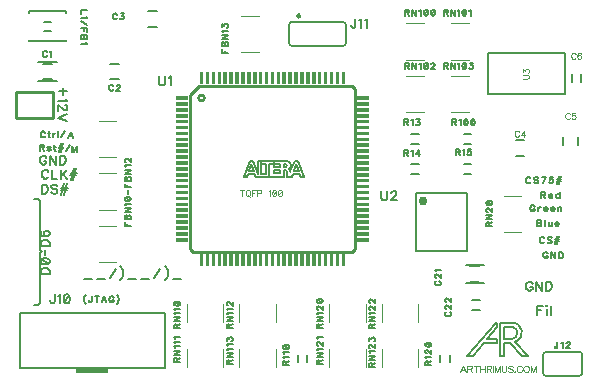
<source format=gto>
G04 DipTrace 3.3.1.1*
G04 TopSilk.gto*
%MOIN*%
G04 #@! TF.FileFunction,Legend,Top*
G04 #@! TF.Part,Single*
%ADD13C,0.01*%
%ADD28C,0.006*%
%ADD30C,0.008*%
%ADD32C,0.004*%
%ADD33C,0.009*%
%ADD47C,0.005*%
%ADD52C,0.029532*%
%ADD12C,0.003*%
%ADD114C,0.003088*%
%ADD115C,0.002187*%
%FSLAX26Y26*%
G04*
G70*
G90*
G75*
G01*
G04 TopSilk*
%LPD*%
X713071Y1469703D2*
D28*
X743081D1*
X713071Y1417699D2*
X743081D1*
X871206Y1592699D2*
X841196D1*
X871206Y1644703D2*
X841196D1*
X2093646Y1161160D2*
X2068650D1*
X2093646Y1213784D2*
X2068650D1*
X2223613Y1199950D2*
Y1224945D1*
X2276237Y1199950D2*
Y1224945D1*
X2253075Y1408415D2*
Y1433417D1*
X2284327Y1408415D2*
Y1433417D1*
X1921825Y681202D2*
X1946826D1*
X1921825Y649950D2*
X1946826D1*
X493694Y1609331D2*
X518708D1*
X493694Y1578071D2*
X518708D1*
X735732Y807677D2*
D32*
X676669D1*
Y929724D2*
X735732D1*
Y982677D2*
X676669D1*
Y1104724D2*
X735732D1*
Y1157677D2*
X676669D1*
Y1279724D2*
X735732D1*
X1151669Y1629724D2*
X1210732D1*
Y1507677D2*
X1151669D1*
X1321195Y1608701D2*
D28*
X1491207D1*
X1321195Y1528701D2*
G02X1311201Y1538701I-1J9993D01*
G01*
X1501201D2*
G02X1491207Y1528701I-9993J-7D01*
G01*
X1501201Y1598701D2*
G03X1491207Y1608701I-9993J7D01*
G01*
X1321195D2*
G03X1311201Y1598701I-1J-9993D01*
G01*
Y1538701D1*
X1501201Y1598701D2*
Y1538701D1*
X1491207Y1528701D2*
X1321195D1*
X2278704Y428701D2*
X2168698D1*
X2278704Y508701D2*
G02X2288701Y498701I5J-9992D01*
G01*
X2158701D2*
G02X2168698Y508701I9992J8D01*
G01*
X2158701Y438701D2*
G03X2168698Y428701I9992J-8D01*
G01*
X2278704D2*
G03X2288701Y438701I5J9992D01*
G01*
Y498701D1*
X2158701Y438701D2*
Y498701D1*
X2168698Y508701D2*
X2278704D1*
X1718700Y1234326D2*
X1743702D1*
X1718700Y1203076D2*
X1743702D1*
X1718700Y1134326D2*
X1743702D1*
X1718700Y1103076D2*
X1743702D1*
X1893700Y1134326D2*
X1918702D1*
X1893700Y1103076D2*
X1918702D1*
Y1203076D2*
X1893700D1*
X1918702Y1234326D2*
X1893700D1*
X1340576Y474951D2*
Y499952D1*
X1371826Y474951D2*
Y499952D1*
X1815576Y474951D2*
Y499952D1*
X1846826Y474951D2*
Y499952D1*
X2085732Y907677D2*
D32*
X2026669D1*
Y1029724D2*
X2085732D1*
X1760732Y1482677D2*
X1701669D1*
Y1604724D2*
X1760732D1*
X1910732Y1482677D2*
X1851669D1*
Y1604724D2*
X1910732D1*
X1760732Y1307677D2*
X1701669D1*
Y1429724D2*
X1760732D1*
X1910732Y1307677D2*
X1851669D1*
Y1429724D2*
X1910732D1*
X970177Y607919D2*
Y666982D1*
X1092224D2*
Y607919D1*
X970177Y457920D2*
Y516983D1*
X1092224D2*
Y457920D1*
X1145177Y607919D2*
Y666982D1*
X1267224D2*
Y607919D1*
X1145177Y457920D2*
Y516983D1*
X1267224D2*
Y457920D1*
X1445177Y607919D2*
Y666982D1*
X1567224D2*
Y607919D1*
X1445177Y457920D2*
Y516983D1*
X1567224D2*
Y457920D1*
X1620177Y607919D2*
Y666982D1*
X1742224D2*
Y607919D1*
X1620177Y457920D2*
Y516983D1*
X1742224D2*
Y457920D1*
X980610Y1364734D2*
D13*
X1010167Y1394291D1*
X1521939D1*
X1531791Y1384439D1*
Y852963D1*
X1521939Y843110D1*
X990463D1*
X980610Y852963D1*
Y1364734D1*
X1301053Y1125246D2*
D47*
G03X1301053Y1135305I-69J5030D01*
G01*
X1298504Y1115256D2*
G02X1303533Y1110295I88J-4940D01*
G01*
Y1145295D2*
G02X1311043Y1117736I-1318J-15162D01*
G01*
G02X1316004Y1107746I-3518J-7973D01*
G01*
X1161053Y1092726D2*
X1181033Y1145295D1*
X1191024D1*
X1208524Y1102785D1*
Y1145295D1*
X1218514D1*
Y1135305D1*
Y1102785D1*
X1236014D1*
Y1135305D1*
X1218514D1*
Y1145295D2*
X1261024D1*
Y1135305D1*
X1246073D1*
Y1092726D1*
X1201014D1*
X1196053Y1102785D1*
X1176073D1*
X1171043Y1092726D1*
X1161053D1*
X1186063Y1135305D2*
X1178553Y1112776D1*
X1193504D1*
X1186063Y1135305D1*
X1261024D2*
Y1125246D1*
X1281073D1*
Y1135305D1*
X1261024D1*
Y1145295D2*
X1303533D1*
X1361063Y1092726D2*
X1341014Y1145295D1*
X1331024D1*
X1316073Y1110295D1*
X1303533Y1092726D2*
X1321033D1*
X1326063Y1102785D1*
X1346043D1*
X1351073Y1092726D1*
X1361063D1*
X1336053Y1135305D2*
X1343494Y1112776D1*
X1328543D1*
X1336053Y1135305D1*
X1301053D2*
X1293543D1*
Y1125246D1*
X1301053D1*
X1293543Y1115256D2*
X1298504D1*
X1293543D2*
Y1092726D1*
X1248553D1*
X1261024Y1115256D2*
X1281073D1*
Y1105266D1*
X1261024D1*
Y1115256D1*
X1303533Y1110295D2*
Y1092726D1*
X1010167Y1354916D2*
D13*
G02X1010167Y1354916I9818J0D01*
G01*
G36*
X933346Y1349026D2*
X974685D1*
Y1360807D1*
X933346D1*
Y1349026D1*
G37*
G36*
Y1329321D2*
X974685D1*
Y1341171D1*
X933346D1*
Y1329321D1*
G37*
G36*
Y1309616D2*
X974685D1*
Y1321467D1*
X933346D1*
Y1309616D1*
G37*
G36*
Y1289980D2*
X974685D1*
Y1301762D1*
X933346D1*
Y1289980D1*
G37*
G36*
Y1270276D2*
X974685D1*
Y1282057D1*
X933346D1*
Y1270276D1*
G37*
G36*
Y1250571D2*
X974685D1*
Y1262421D1*
X933346D1*
Y1250571D1*
G37*
G36*
Y1230935D2*
X974685D1*
Y1242717D1*
X933346D1*
Y1230935D1*
G37*
G36*
Y1211230D2*
X974685D1*
Y1223012D1*
X933346D1*
Y1211230D1*
G37*
G36*
Y1191526D2*
X974685D1*
Y1203376D1*
X933346D1*
Y1191526D1*
G37*
G36*
Y1171821D2*
X974685D1*
Y1183671D1*
X933346D1*
Y1171821D1*
G37*
G36*
Y1152185D2*
X974685D1*
Y1163967D1*
X933346D1*
Y1152185D1*
G37*
G36*
Y1132480D2*
X974685D1*
Y1144262D1*
X933346D1*
Y1132480D1*
G37*
G36*
Y1112776D2*
X974685D1*
Y1124626D1*
X933346D1*
Y1112776D1*
G37*
G36*
Y1093140D2*
X974685D1*
Y1104921D1*
X933346D1*
Y1093140D1*
G37*
G36*
Y1073435D2*
X974685D1*
Y1085217D1*
X933346D1*
Y1073435D1*
G37*
G36*
Y1053730D2*
X974685D1*
Y1065581D1*
X933346D1*
Y1053730D1*
G37*
G36*
Y1034026D2*
X974685D1*
Y1045876D1*
X933346D1*
Y1034026D1*
G37*
G36*
Y1014390D2*
X974685D1*
Y1026171D1*
X933346D1*
Y1014390D1*
G37*
G36*
Y994685D2*
X974685D1*
Y1006467D1*
X933346D1*
Y994685D1*
G37*
G36*
Y974980D2*
X974685D1*
Y986831D1*
X933346D1*
Y974980D1*
G37*
G36*
Y955344D2*
X974685D1*
Y967126D1*
X933346D1*
Y955344D1*
G37*
G36*
Y935640D2*
X974685D1*
Y947421D1*
X933346D1*
Y935640D1*
G37*
G36*
Y915935D2*
X974685D1*
Y927785D1*
X933346D1*
Y915935D1*
G37*
G36*
Y896230D2*
X974685D1*
Y908081D1*
X933346D1*
Y896230D1*
G37*
G36*
Y876594D2*
X974685D1*
Y888376D1*
X933346D1*
Y876594D1*
G37*
G36*
X1014094Y795846D2*
X1025876D1*
Y837185D1*
X1014094D1*
Y795846D1*
G37*
G36*
X1033730D2*
X1045581D1*
Y837185D1*
X1033730D1*
Y795846D1*
G37*
G36*
X1053435D2*
X1065285D1*
Y837185D1*
X1053435D1*
Y795846D1*
G37*
G36*
X1073140D2*
X1084921D1*
Y837185D1*
X1073140D1*
Y795846D1*
G37*
G36*
X1092844D2*
X1104626D1*
Y837185D1*
X1092844D1*
Y795846D1*
G37*
G36*
X1112480D2*
X1124331D1*
Y837185D1*
X1112480D1*
Y795846D1*
G37*
G36*
X1132185D2*
X1143967D1*
Y837185D1*
X1132185D1*
Y795846D1*
G37*
G36*
X1151890D2*
X1163671D1*
Y837185D1*
X1151890D1*
Y795846D1*
G37*
G36*
X1171526D2*
X1183376D1*
Y837185D1*
X1171526D1*
Y795846D1*
G37*
G36*
X1191230D2*
X1203081D1*
Y837185D1*
X1191230D1*
Y795846D1*
G37*
G36*
X1210935D2*
X1222717D1*
Y837185D1*
X1210935D1*
Y795846D1*
G37*
G36*
X1230640D2*
X1242421D1*
Y837185D1*
X1230640D1*
Y795846D1*
G37*
G36*
X1250276D2*
X1262126D1*
Y837185D1*
X1250276D1*
Y795846D1*
G37*
G36*
X1269980D2*
X1281762D1*
Y837185D1*
X1269980D1*
Y795846D1*
G37*
G36*
X1289685D2*
X1301467D1*
Y837185D1*
X1289685D1*
Y795846D1*
G37*
G36*
X1309321D2*
X1321171D1*
Y837185D1*
X1309321D1*
Y795846D1*
G37*
G36*
X1329026D2*
X1340876D1*
Y837185D1*
X1329026D1*
Y795846D1*
G37*
G36*
X1348730D2*
X1360512D1*
Y837185D1*
X1348730D1*
Y795846D1*
G37*
G36*
X1368435D2*
X1380217D1*
Y837185D1*
X1368435D1*
Y795846D1*
G37*
G36*
X1388071D2*
X1399921D1*
Y837185D1*
X1388071D1*
Y795846D1*
G37*
G36*
X1407776D2*
X1419557D1*
Y837185D1*
X1407776D1*
Y795846D1*
G37*
G36*
X1427480D2*
X1439262D1*
Y837185D1*
X1427480D1*
Y795846D1*
G37*
G36*
X1447116D2*
X1458967D1*
Y837185D1*
X1447116D1*
Y795846D1*
G37*
G36*
X1466821D2*
X1478671D1*
Y837185D1*
X1466821D1*
Y795846D1*
G37*
G36*
X1486526D2*
X1498307D1*
Y837185D1*
X1486526D1*
Y795846D1*
G37*
G36*
X1537717Y876594D2*
X1579055D1*
Y888376D1*
X1537717D1*
Y876594D1*
G37*
G36*
Y896230D2*
X1579055D1*
Y908081D1*
X1537717D1*
Y896230D1*
G37*
G36*
Y915935D2*
X1579055D1*
Y927785D1*
X1537717D1*
Y915935D1*
G37*
G36*
Y935640D2*
X1579055D1*
Y947421D1*
X1537717D1*
Y935640D1*
G37*
G36*
Y955344D2*
X1579055D1*
Y967126D1*
X1537717D1*
Y955344D1*
G37*
G36*
Y974980D2*
X1579055D1*
Y986831D1*
X1537717D1*
Y974980D1*
G37*
G36*
Y994685D2*
X1579055D1*
Y1006467D1*
X1537717D1*
Y994685D1*
G37*
G36*
Y1014390D2*
X1579055D1*
Y1026171D1*
X1537717D1*
Y1014390D1*
G37*
G36*
Y1034026D2*
X1579055D1*
Y1045876D1*
X1537717D1*
Y1034026D1*
G37*
G36*
Y1053730D2*
X1579055D1*
Y1065581D1*
X1537717D1*
Y1053730D1*
G37*
G36*
Y1073435D2*
X1579055D1*
Y1085217D1*
X1537717D1*
Y1073435D1*
G37*
G36*
Y1093140D2*
X1579055D1*
Y1104921D1*
X1537717D1*
Y1093140D1*
G37*
G36*
Y1112776D2*
X1579055D1*
Y1124626D1*
X1537717D1*
Y1112776D1*
G37*
G36*
Y1132480D2*
X1579055D1*
Y1144262D1*
X1537717D1*
Y1132480D1*
G37*
G36*
Y1152185D2*
X1579055D1*
Y1163967D1*
X1537717D1*
Y1152185D1*
G37*
G36*
Y1171821D2*
X1579055D1*
Y1183671D1*
X1537717D1*
Y1171821D1*
G37*
G36*
Y1191526D2*
X1579055D1*
Y1203376D1*
X1537717D1*
Y1191526D1*
G37*
G36*
Y1211230D2*
X1579055D1*
Y1223012D1*
X1537717D1*
Y1211230D1*
G37*
G36*
Y1230935D2*
X1579055D1*
Y1242717D1*
X1537717D1*
Y1230935D1*
G37*
G36*
Y1250571D2*
X1579055D1*
Y1262421D1*
X1537717D1*
Y1250571D1*
G37*
G36*
Y1270276D2*
X1579055D1*
Y1282057D1*
X1537717D1*
Y1270276D1*
G37*
G36*
Y1289980D2*
X1579055D1*
Y1301762D1*
X1537717D1*
Y1289980D1*
G37*
G36*
Y1309616D2*
X1579055D1*
Y1321467D1*
X1537717D1*
Y1309616D1*
G37*
G36*
Y1329321D2*
X1579055D1*
Y1341171D1*
X1537717D1*
Y1329321D1*
G37*
G36*
Y1349026D2*
X1579055D1*
Y1360807D1*
X1537717D1*
Y1349026D1*
G37*
G36*
X1486526Y1400217D2*
X1498307D1*
Y1441555D1*
X1486526D1*
Y1400217D1*
G37*
G36*
X1466821D2*
X1478671D1*
Y1441555D1*
X1466821D1*
Y1400217D1*
G37*
G36*
X1447116D2*
X1458967D1*
Y1441555D1*
X1447116D1*
Y1400217D1*
G37*
G36*
X1427480D2*
X1439262D1*
Y1441555D1*
X1427480D1*
Y1400217D1*
G37*
G36*
X1407776D2*
X1419557D1*
Y1441555D1*
X1407776D1*
Y1400217D1*
G37*
G36*
X1388071D2*
X1399921D1*
Y1441555D1*
X1388071D1*
Y1400217D1*
G37*
G36*
X1368435D2*
X1380217D1*
Y1441555D1*
X1368435D1*
Y1400217D1*
G37*
G36*
X1348730D2*
X1360512D1*
Y1441555D1*
X1348730D1*
Y1400217D1*
G37*
G36*
X1329026D2*
X1340876D1*
Y1441555D1*
X1329026D1*
Y1400217D1*
G37*
G36*
X1309321D2*
X1321171D1*
Y1441555D1*
X1309321D1*
Y1400217D1*
G37*
G36*
X1289685D2*
X1301467D1*
Y1441555D1*
X1289685D1*
Y1400217D1*
G37*
G36*
X1269980D2*
X1281762D1*
Y1441555D1*
X1269980D1*
Y1400217D1*
G37*
G36*
X1250276D2*
X1262126D1*
Y1441555D1*
X1250276D1*
Y1400217D1*
G37*
G36*
X1230640D2*
X1242421D1*
Y1441555D1*
X1230640D1*
Y1400217D1*
G37*
G36*
X1210935D2*
X1222717D1*
Y1441555D1*
X1210935D1*
Y1400217D1*
G37*
G36*
X1191230D2*
X1203081D1*
Y1441555D1*
X1191230D1*
Y1400217D1*
G37*
G36*
X1171526D2*
X1183376D1*
Y1441555D1*
X1171526D1*
Y1400217D1*
G37*
G36*
X1151890D2*
X1163671D1*
Y1441555D1*
X1151890D1*
Y1400217D1*
G37*
G36*
X1132185D2*
X1143967D1*
Y1441555D1*
X1132185D1*
Y1400217D1*
G37*
G36*
X1112480D2*
X1124331D1*
Y1441555D1*
X1112480D1*
Y1400217D1*
G37*
G36*
X1092844D2*
X1104626D1*
Y1441555D1*
X1092844D1*
Y1400217D1*
G37*
G36*
X1073140D2*
X1084921D1*
Y1441555D1*
X1073140D1*
Y1400217D1*
G37*
G36*
X1053435D2*
X1065285D1*
Y1441555D1*
X1053435D1*
Y1400217D1*
G37*
G36*
X1033730D2*
X1045581D1*
Y1441555D1*
X1033730D1*
Y1400217D1*
G37*
G36*
X1014094D2*
X1025876D1*
Y1441555D1*
X1014094D1*
Y1400217D1*
G37*
X1734057Y843923D2*
D30*
Y1037230D1*
X1903344D1*
Y843923D2*
X1734057D1*
X1903344Y1037230D2*
Y843923D1*
D52*
X1758668Y1012428D3*
X2230654Y1505094D2*
D28*
X1974748D1*
Y1367296D1*
X2230654D1*
Y1505094D1*
X1906026Y494148D2*
D47*
X2000811Y606179D1*
X2005760Y606168D1*
Y590581D1*
X1972462Y550490D1*
X2005760D1*
Y538288D1*
X1962244D1*
X1925340Y494126D1*
X1906026Y494148D1*
X2054204Y592932D2*
X2028520Y592909D1*
X2054345Y551108D2*
X2028660Y550973D1*
X2028219Y606179D2*
X2054725Y606134D1*
X2028319Y538513D2*
X2049636Y538457D1*
X2049476Y538446D2*
X2086921Y494092D1*
X2106375D1*
X2064322Y542393D1*
X2053964Y606112D2*
G02X2064362Y542494I1218J-32459D01*
G01*
X2054164Y592932D2*
G02X2054004Y551086I-2607J-20913D01*
G01*
X2013093Y493822D2*
Y606145D1*
X2029822D1*
X2028480Y592909D2*
Y550940D1*
Y538536D2*
Y493721D1*
X2028339D2*
X2013113D1*
X1899949Y799953D2*
D28*
X1962453D1*
Y737449D2*
X1899949D1*
X1916195Y794701D2*
X1946207D1*
X1916195Y742701D2*
X1946207D1*
X474949Y1474953D2*
X537453D1*
Y1412449D2*
X474949D1*
X491195Y1469701D2*
X521207D1*
X491195Y1417701D2*
X521207D1*
X478085Y1474953D2*
X534317D1*
X478085Y1412449D2*
X534317D1*
X462450Y1018701D2*
X474951D1*
X481201Y1012451D1*
Y849950D1*
X487450Y843701D1*
X481201Y837451D1*
Y671825D1*
X474951Y665576D1*
X462450D1*
X896825Y456201D2*
D30*
Y637450D1*
X415576D1*
Y456201D1*
X896825D1*
G36*
X706201D2*
Y440576D1*
X606201D1*
Y456201D1*
X706201D1*
G37*
D30*
Y440576D1*
X606201D1*
Y456201D1*
X706201D1*
X1959325Y737451D2*
D28*
X1903076D1*
X1959325Y799950D2*
X1903076D1*
X443701Y1549950D2*
Y1543701D1*
X568701D1*
Y1549950D1*
X443701Y1637451D2*
Y1643701D1*
X568701D1*
Y1637451D1*
X1338701Y1628076D2*
D13*
G02X1338701Y1628076I5000J0D01*
G01*
X406201Y1287451D2*
D32*
X506201D1*
X524951D2*
D33*
Y1374950D1*
X399951D1*
X524951Y1287451D2*
X399951D1*
Y1374950D2*
Y1287451D1*
X2078211Y1241493D2*
D114*
X2077261Y1243394D1*
X2075337Y1245318D1*
X2073436Y1246268D1*
X2069611D1*
X2067688Y1245318D1*
X2065787Y1243394D1*
X2064814Y1241493D1*
X2063863Y1238619D1*
Y1233822D1*
X2064814Y1230970D1*
X2065787Y1229046D1*
X2067688Y1227145D1*
X2069611Y1226172D1*
X2073436D1*
X2075337Y1227145D1*
X2077261Y1229046D1*
X2078211Y1230970D1*
X2093960Y1226172D2*
Y1246246D1*
X2084387Y1232871D1*
X2098735D1*
X2247339Y1300055D2*
X2246388Y1301956D1*
X2244465Y1303879D1*
X2242564Y1304830D1*
X2238739D1*
X2236816Y1303879D1*
X2234914Y1301956D1*
X2233942Y1300055D1*
X2232991Y1297181D1*
Y1292383D1*
X2233942Y1289531D1*
X2234914Y1287608D1*
X2236816Y1285707D1*
X2238739Y1284734D1*
X2242564D1*
X2244465Y1285707D1*
X2246388Y1287608D1*
X2247339Y1289531D1*
X2264989Y1304808D2*
X2255438D1*
X2254487Y1296208D1*
X2255438Y1297159D1*
X2258312Y1298131D1*
X2261164D1*
X2264038Y1297159D1*
X2265961Y1295257D1*
X2266912Y1292383D1*
Y1290482D1*
X2265961Y1287608D1*
X2264038Y1285685D1*
X2261164Y1284734D1*
X2258312D1*
X2255438Y1285685D1*
X2254487Y1286657D1*
X2253515Y1288559D1*
X2266575Y1500548D2*
X2265624Y1502449D1*
X2263701Y1504373D1*
X2261799Y1505323D1*
X2257975D1*
X2256051Y1504373D1*
X2254150Y1502449D1*
X2253177Y1500548D1*
X2252227Y1497674D1*
Y1492877D1*
X2253177Y1490025D1*
X2254150Y1488101D1*
X2256051Y1486200D1*
X2257975Y1485227D1*
X2261799D1*
X2263701Y1486200D1*
X2265624Y1488101D1*
X2266575Y1490025D1*
X2284224Y1502449D2*
X2283274Y1504351D1*
X2280400Y1505301D1*
X2278498D1*
X2275624Y1504351D1*
X2273701Y1501477D1*
X2272750Y1496701D1*
Y1491926D1*
X2273701Y1488101D1*
X2275624Y1486178D1*
X2278498Y1485227D1*
X2279449D1*
X2282301Y1486178D1*
X2284224Y1488101D1*
X2285175Y1490975D1*
Y1491926D1*
X2284224Y1494800D1*
X2282301Y1496701D1*
X2279449Y1497652D1*
X2278498D1*
X2275624Y1496701D1*
X2273701Y1494800D1*
X2272750Y1491926D1*
X2091448Y1419216D2*
X2105796D1*
X2108670Y1420166D1*
X2110571Y1422090D1*
X2111544Y1424964D1*
Y1426865D1*
X2110571Y1429739D1*
X2108670Y1431662D1*
X2105796Y1432613D1*
X2091448D1*
X2091470Y1440712D2*
Y1451213D1*
X2099119Y1445487D1*
Y1448361D1*
X2100070Y1450263D1*
X2101021Y1451213D1*
X2103895Y1452186D1*
X2105796D1*
X2108670Y1451213D1*
X2110593Y1449312D1*
X2111544Y1446438D1*
Y1443564D1*
X2110593Y1440712D1*
X2109621Y1439761D1*
X2107719Y1438789D1*
X483309Y768948D2*
D28*
X513453D1*
X513454Y778996D1*
X511994Y783307D1*
X509143Y786192D1*
X506257Y787618D1*
X501980Y789044D1*
X494783D1*
X490472Y787618D1*
X487621Y786192D1*
X484735Y783307D1*
X483309Y778996D1*
Y768948D1*
X483343Y809666D2*
X484769Y805355D1*
X489080Y802470D1*
X496243Y801044D1*
X500554D1*
X507717Y802469D1*
X512028Y805355D1*
X513453Y809666D1*
Y812517D1*
X512028Y816828D1*
X507717Y819680D1*
X500554Y821140D1*
X496243D1*
X489080Y819680D1*
X484769Y816829D1*
X483343Y812518D1*
Y809666D1*
X489080Y819680D2*
X507717Y802469D1*
X498398Y833140D2*
Y849720D1*
X483310Y861720D2*
X513453D1*
Y871768D1*
X511994Y876079D1*
X509142Y878964D1*
X506257Y880390D1*
X501980Y881816D1*
X494783D1*
X490472Y880390D1*
X487621Y878964D1*
X484735Y876079D1*
X483310Y871768D1*
Y861720D1*
X487621Y911027D2*
X484769Y909601D1*
X483343Y905290D1*
Y902438D1*
X484769Y898127D1*
X489080Y895242D1*
X496243Y893816D1*
X503405D1*
X509142Y895242D1*
X512028Y898127D1*
X513453Y902438D1*
Y903864D1*
X512028Y908142D1*
X509142Y911027D1*
X504831Y912453D1*
X503405D1*
X499094Y911027D1*
X496243Y908142D1*
X494817Y903864D1*
Y902438D1*
X496243Y898127D1*
X499094Y895242D1*
X503405Y893816D1*
X487325Y1066091D2*
Y1035947D1*
X497373D1*
X501684Y1037406D1*
X504570Y1040258D1*
X505996Y1043143D1*
X507421Y1047421D1*
Y1054617D1*
X505996Y1058928D1*
X504570Y1061780D1*
X501684Y1064665D1*
X497373Y1066091D1*
X487325D1*
X539517Y1061780D2*
X536666Y1064665D1*
X532355Y1066091D1*
X526618D1*
X522307Y1064665D1*
X519421Y1061780D1*
Y1058928D1*
X520881Y1056043D1*
X522307Y1054617D1*
X525158Y1053191D1*
X533780Y1050306D1*
X536666Y1048880D1*
X538092Y1047421D1*
X539517Y1044569D1*
Y1040258D1*
X536666Y1037406D1*
X532355Y1035947D1*
X526618D1*
X522307Y1037406D1*
X519421Y1040258D1*
X562991Y1071811D2*
X552977Y1030193D1*
X571613Y1071811D2*
X561565Y1030193D1*
X552977Y1055313D2*
X573039D1*
X551517Y1046691D2*
X571613D1*
X508847Y1108928D2*
X507421Y1111780D1*
X504536Y1114665D1*
X501684Y1116091D1*
X495948D1*
X493062Y1114665D1*
X490211Y1111780D1*
X488751Y1108928D1*
X487325Y1104617D1*
Y1097421D1*
X488751Y1093143D1*
X490211Y1090258D1*
X493062Y1087406D1*
X495948Y1085947D1*
X501684D1*
X504536Y1087406D1*
X507421Y1090258D1*
X508847Y1093143D1*
X520847Y1116091D2*
Y1085947D1*
X538058D1*
X550058Y1116091D2*
Y1085947D1*
X570154Y1116091D2*
X550058Y1095995D1*
X557221Y1103191D2*
X570154Y1085947D1*
X593628Y1121811D2*
X583613Y1080193D1*
X602250Y1121811D2*
X592202Y1080193D1*
X583613Y1105313D2*
X603676D1*
X582154Y1096691D2*
X602250D1*
X502598Y1155803D2*
X501172Y1158655D1*
X498287Y1161540D1*
X495435Y1162966D1*
X489698D1*
X486813Y1161540D1*
X483961Y1158655D1*
X482502Y1155803D1*
X481076Y1151492D1*
Y1144296D1*
X482502Y1140018D1*
X483961Y1137133D1*
X486813Y1134281D1*
X489698Y1132822D1*
X495435D1*
X498287Y1134281D1*
X501172Y1137133D1*
X502598Y1140018D1*
Y1144296D1*
X495435D1*
X534694Y1162966D2*
Y1132822D1*
X514598Y1162966D1*
Y1132822D1*
X546694Y1162966D2*
Y1132822D1*
X556742D1*
X561053Y1134281D1*
X563938Y1137133D1*
X565364Y1140018D1*
X566790Y1144296D1*
Y1151492D1*
X565364Y1155803D1*
X563938Y1158655D1*
X561053Y1161540D1*
X556742Y1162966D1*
X546694D1*
X763190Y940684D2*
D47*
Y928238D1*
X783286D1*
X772762D2*
Y935887D1*
X763190Y950684D2*
X783286D1*
Y959306D1*
X782313Y962180D1*
X781362Y963131D1*
X779461Y964082D1*
X776587D1*
X774664Y963131D1*
X773713Y962180D1*
X772762Y959306D1*
X771790Y962180D1*
X770839Y963131D1*
X768938Y964082D1*
X767014D1*
X765113Y963131D1*
X764140Y962180D1*
X763190Y959306D1*
Y950684D1*
X772762D2*
Y959306D1*
X763190Y987479D2*
X783286D1*
X763190Y974082D1*
X783286D1*
X767036Y997479D2*
X766064Y999402D1*
X763212Y1002276D1*
X783286D1*
X763212Y1018024D2*
X764162Y1015150D1*
X767036Y1013227D1*
X771812Y1012276D1*
X774686D1*
X779461Y1013227D1*
X782335Y1015150D1*
X783286Y1018024D1*
Y1019926D1*
X782335Y1022800D1*
X779461Y1024701D1*
X774686Y1025674D1*
X771812D1*
X767036Y1024701D1*
X764162Y1022800D1*
X763212Y1019926D1*
Y1018024D1*
X767036Y1024701D2*
X779461Y1013227D1*
X773249Y1035674D2*
Y1046728D1*
X763190Y1069174D2*
Y1056728D1*
X783286D1*
X772762D2*
Y1064377D1*
X763190Y1079174D2*
X783286D1*
Y1087796D1*
X782313Y1090670D1*
X781362Y1091621D1*
X779461Y1092572D1*
X776587D1*
X774664Y1091621D1*
X773713Y1090670D1*
X772762Y1087796D1*
X771790Y1090670D1*
X770839Y1091621D1*
X768938Y1092572D1*
X767014D1*
X765113Y1091621D1*
X764140Y1090670D1*
X763190Y1087796D1*
Y1079174D1*
X772762D2*
Y1087796D1*
X763190Y1115969D2*
X783286D1*
X763190Y1102572D1*
X783286D1*
X767036Y1125969D2*
X766064Y1127892D1*
X763212Y1130766D1*
X783286D1*
X767987Y1141739D2*
X767036D1*
X765113Y1142690D1*
X764162Y1143640D1*
X763212Y1145564D1*
Y1149388D1*
X764162Y1151290D1*
X765113Y1152240D1*
X767036Y1153213D1*
X768938D1*
X770861Y1152240D1*
X773713Y1150339D1*
X783286Y1140766D1*
Y1154164D1*
X529809Y700466D2*
D28*
Y677518D1*
X528383Y673207D1*
X526924Y671781D1*
X524072Y670322D1*
X521187D1*
X518335Y671781D1*
X516909Y673207D1*
X515450Y677518D1*
Y680370D1*
X541809Y694696D2*
X544694Y696155D1*
X549005Y700433D1*
Y670322D1*
X569627Y700433D2*
X565316Y699007D1*
X562431Y694696D1*
X561005Y687533D1*
Y683222D1*
X562431Y676059D1*
X565316Y671748D1*
X569627Y670322D1*
X572479D1*
X576790Y671748D1*
X579642Y676059D1*
X581101Y683222D1*
Y687533D1*
X579642Y694696D1*
X576790Y699007D1*
X572479Y700433D1*
X569627D1*
X579642Y694696D2*
X562431Y676059D1*
X634149Y698825D2*
D47*
X632225Y696924D1*
X630324Y694050D1*
X628401Y690226D1*
X627450Y685428D1*
Y681603D1*
X628401Y676828D1*
X630324Y673004D1*
X632225Y670130D1*
X634149Y668228D1*
X653721Y693586D2*
Y678287D1*
X652771Y675413D1*
X651798Y674463D1*
X649897Y673490D1*
X647973D1*
X646072Y674463D1*
X645122Y675413D1*
X644149Y678287D1*
Y680189D1*
X670420Y693586D2*
Y673490D1*
X663721Y693586D2*
X677119D1*
X702440Y673490D2*
X694768Y693586D1*
X687119Y673490D1*
X689993Y680189D2*
X699566D1*
X726788Y688811D2*
X725837Y690712D1*
X723913Y692635D1*
X722012Y693586D1*
X718188D1*
X716264Y692635D1*
X714363Y690712D1*
X713390Y688811D1*
X712440Y685937D1*
Y681139D1*
X713390Y678287D1*
X714363Y676364D1*
X716264Y674463D1*
X718188Y673490D1*
X722012D1*
X723913Y674463D1*
X725837Y676364D1*
X726788Y678287D1*
Y681139D1*
X722012D1*
X736788Y698825D2*
X738711Y696924D1*
X740612Y694050D1*
X742536Y690226D1*
X743486Y685428D1*
Y681603D1*
X742536Y676828D1*
X740612Y673004D1*
X738711Y670130D1*
X736788Y668228D1*
X504298Y1507561D2*
X503347Y1509463D1*
X501424Y1511386D1*
X499523Y1512337D1*
X495698D1*
X493775Y1511386D1*
X491874Y1509463D1*
X490901Y1507561D1*
X489950Y1504687D1*
Y1499890D1*
X490901Y1497038D1*
X491874Y1495115D1*
X493775Y1493213D1*
X495698Y1492241D1*
X499523D1*
X501424Y1493213D1*
X503347Y1495115D1*
X504298Y1497038D1*
X514298Y1508490D2*
X516221Y1509463D1*
X519095Y1512314D1*
Y1492241D1*
X637608Y1646862D2*
X617512D1*
Y1635388D1*
X633761Y1625388D2*
X634734Y1623465D1*
X637586Y1620591D1*
X617512D1*
Y1610591D2*
X637586Y1597193D1*
X637608Y1574747D2*
Y1587193D1*
X617512Y1587194D1*
X628035D2*
X628036Y1579544D1*
X637608Y1564747D2*
X617512D1*
Y1556125D1*
X618485Y1553251D1*
X619436Y1552300D1*
X621337Y1551349D1*
X624211D1*
X626134Y1552300D1*
X627085Y1553251D1*
X628036Y1556125D1*
X629008Y1553251D1*
X629959Y1552300D1*
X631860Y1551349D1*
X633784D1*
X635685Y1552300D1*
X636658Y1553251D1*
X637608Y1556125D1*
Y1564747D1*
X628036D2*
Y1556125D1*
X633761Y1541349D2*
X634734Y1539426D1*
X637586Y1536552D1*
X617512D1*
X726173Y1395060D2*
X725223Y1396961D1*
X723299Y1398885D1*
X721398Y1399835D1*
X717573D1*
X715650Y1398885D1*
X713749Y1396961D1*
X712776Y1395060D1*
X711825Y1392186D1*
Y1387389D1*
X712776Y1384537D1*
X713749Y1382613D1*
X715650Y1380712D1*
X717573Y1379739D1*
X721398D1*
X723299Y1380712D1*
X725223Y1382613D1*
X726173Y1384537D1*
X737146Y1395038D2*
Y1395988D1*
X738097Y1397912D1*
X739047Y1398863D1*
X740971Y1399813D1*
X744795D1*
X746697Y1398863D1*
X747647Y1397912D1*
X748620Y1395988D1*
Y1394087D1*
X747647Y1392164D1*
X745746Y1389312D1*
X736173Y1379739D1*
X749571D1*
X877951Y1428591D2*
D28*
Y1407069D1*
X879377Y1402758D1*
X882262Y1399906D1*
X886573Y1398447D1*
X889425D1*
X893736Y1399906D1*
X896621Y1402758D1*
X898047Y1407069D1*
Y1428591D1*
X910047Y1422821D2*
X912933Y1424280D1*
X917244Y1428558D1*
Y1398447D1*
X1699064Y1640264D2*
D47*
X1707664D1*
X1710538Y1641237D1*
X1711511Y1642187D1*
X1712462Y1644089D1*
Y1646012D1*
X1711511Y1647913D1*
X1710538Y1648886D1*
X1707664Y1649837D1*
X1699064D1*
Y1629741D1*
X1705763Y1640264D2*
X1712462Y1629741D1*
X1735859Y1649837D2*
Y1629741D1*
X1722462Y1649837D1*
Y1629741D1*
X1745859Y1645990D2*
X1747782Y1646963D1*
X1750656Y1649814D1*
Y1629741D1*
X1766404Y1649814D2*
X1763530Y1648864D1*
X1761607Y1645990D1*
X1760656Y1641215D1*
Y1638341D1*
X1761607Y1633565D1*
X1763530Y1630691D1*
X1766404Y1629741D1*
X1768306D1*
X1771180Y1630691D1*
X1773081Y1633565D1*
X1774054Y1638341D1*
Y1641215D1*
X1773081Y1645990D1*
X1771180Y1648864D1*
X1768306Y1649814D1*
X1766404D1*
X1773081Y1645990D2*
X1761607Y1633565D1*
X1789802Y1649814D2*
X1786928Y1648864D1*
X1785004Y1645990D1*
X1784054Y1641215D1*
Y1638341D1*
X1785004Y1633565D1*
X1786928Y1630691D1*
X1789802Y1629741D1*
X1791703D1*
X1794577Y1630691D1*
X1796478Y1633565D1*
X1797451Y1638341D1*
Y1641215D1*
X1796478Y1645990D1*
X1794577Y1648864D1*
X1791703Y1649814D1*
X1789802D1*
X1796478Y1645990D2*
X1785004Y1633565D1*
X1827451Y1640264D2*
X1836051D1*
X1838925Y1641237D1*
X1839898Y1642187D1*
X1840849Y1644089D1*
Y1646012D1*
X1839898Y1647913D1*
X1838925Y1648886D1*
X1836051Y1649837D1*
X1827451D1*
Y1629741D1*
X1834150Y1640264D2*
X1840849Y1629741D1*
X1864246Y1649837D2*
Y1629741D1*
X1850849Y1649837D1*
Y1629741D1*
X1874246Y1645990D2*
X1876169Y1646963D1*
X1879044Y1649814D1*
Y1629741D1*
X1894792Y1649814D2*
X1891918Y1648864D1*
X1889994Y1645990D1*
X1889044Y1641215D1*
Y1638341D1*
X1889994Y1633565D1*
X1891918Y1630691D1*
X1894792Y1629741D1*
X1896693D1*
X1899567Y1630691D1*
X1901468Y1633565D1*
X1902441Y1638341D1*
Y1641215D1*
X1901468Y1645990D1*
X1899567Y1648864D1*
X1896693Y1649814D1*
X1894792D1*
X1901468Y1645990D2*
X1889994Y1633565D1*
X1912441Y1645990D2*
X1914364Y1646963D1*
X1917238Y1649814D1*
Y1629741D1*
X1699064Y1462139D2*
X1707664D1*
X1710538Y1463112D1*
X1711511Y1464063D1*
X1712462Y1465964D1*
Y1467887D1*
X1711511Y1469789D1*
X1710538Y1470761D1*
X1707664Y1471712D1*
X1699064D1*
Y1451616D1*
X1705763Y1462139D2*
X1712462Y1451616D1*
X1735859Y1471712D2*
Y1451616D1*
X1722462Y1471712D1*
Y1451616D1*
X1745859Y1467865D2*
X1747782Y1468838D1*
X1750656Y1471690D1*
Y1451616D1*
X1766404Y1471690D2*
X1763530Y1470739D1*
X1761607Y1467865D1*
X1760656Y1463090D1*
Y1460216D1*
X1761607Y1455441D1*
X1763530Y1452567D1*
X1766404Y1451616D1*
X1768306D1*
X1771180Y1452567D1*
X1773081Y1455441D1*
X1774054Y1460216D1*
Y1463090D1*
X1773081Y1467865D1*
X1771180Y1470739D1*
X1768306Y1471690D1*
X1766404D1*
X1773081Y1467865D2*
X1761607Y1455441D1*
X1785026Y1466914D2*
Y1467865D1*
X1785977Y1469789D1*
X1786928Y1470739D1*
X1788851Y1471690D1*
X1792676D1*
X1794577Y1470739D1*
X1795528Y1469789D1*
X1796500Y1467865D1*
Y1465964D1*
X1795528Y1464040D1*
X1793626Y1461189D1*
X1784054Y1451616D1*
X1797451D1*
X1827451Y1462139D2*
X1836051D1*
X1838925Y1463112D1*
X1839898Y1464063D1*
X1840849Y1465964D1*
Y1467887D1*
X1839898Y1469789D1*
X1838925Y1470761D1*
X1836051Y1471712D1*
X1827451D1*
Y1451616D1*
X1834150Y1462139D2*
X1840849Y1451616D1*
X1864246Y1471712D2*
Y1451616D1*
X1850849Y1471712D1*
Y1451616D1*
X1874246Y1467865D2*
X1876169Y1468838D1*
X1879044Y1471690D1*
Y1451616D1*
X1894792Y1471690D2*
X1891918Y1470739D1*
X1889994Y1467865D1*
X1889044Y1463090D1*
Y1460216D1*
X1889994Y1455441D1*
X1891918Y1452567D1*
X1894792Y1451616D1*
X1896693D1*
X1899567Y1452567D1*
X1901468Y1455441D1*
X1902441Y1460216D1*
Y1463090D1*
X1901468Y1467865D1*
X1899567Y1470739D1*
X1896693Y1471690D1*
X1894792D1*
X1901468Y1467865D2*
X1889994Y1455441D1*
X1914364Y1471690D2*
X1924865D1*
X1919140Y1464040D1*
X1922014D1*
X1923915Y1463090D1*
X1924865Y1462139D1*
X1925838Y1459265D1*
Y1457364D1*
X1924865Y1454490D1*
X1922964Y1452567D1*
X1920090Y1451616D1*
X1917216D1*
X1914364Y1452567D1*
X1913414Y1453539D1*
X1912441Y1455441D1*
X937764Y586826D2*
Y595426D1*
X936791Y598300D1*
X935840Y599272D1*
X933939Y600223D1*
X932016D1*
X930114Y599272D1*
X929142Y598300D1*
X928191Y595426D1*
Y586826D1*
X948287D1*
X937764Y593524D2*
X948287Y600223D1*
X928191Y623620D2*
X948287D1*
X928191Y610223D1*
X948287D1*
X932038Y633620D2*
X931065Y635544D1*
X928213Y638418D1*
X948287D1*
X932038Y648418D2*
X931065Y650341D1*
X928213Y653215D1*
X948287D1*
X928213Y668963D2*
X929164Y666089D1*
X932038Y664166D1*
X936813Y663215D1*
X939687D1*
X944462Y664166D1*
X947336Y666089D1*
X948287Y668963D1*
Y670864D1*
X947336Y673738D1*
X944462Y675640D1*
X939687Y676612D1*
X936813D1*
X932038Y675640D1*
X929164Y673738D1*
X928213Y670864D1*
Y668963D1*
X932038Y675640D2*
X944462Y664166D1*
X1112762Y586826D2*
Y595426D1*
X1111790Y598300D1*
X1110839Y599272D1*
X1108938Y600223D1*
X1107014D1*
X1105113Y599272D1*
X1104140Y598300D1*
X1103190Y595426D1*
Y586826D1*
X1123286D1*
X1112762Y593524D2*
X1123286Y600223D1*
X1103190Y623620D2*
X1123286D1*
X1103190Y610223D1*
X1123286D1*
X1107036Y633620D2*
X1106064Y635544D1*
X1103212Y638418D1*
X1123286D1*
X1107036Y648418D2*
X1106064Y650341D1*
X1103212Y653215D1*
X1123286D1*
X1107987Y664188D2*
X1107036D1*
X1105113Y665138D1*
X1104162Y666089D1*
X1103212Y668012D1*
Y671837D1*
X1104162Y673738D1*
X1105113Y674689D1*
X1107036Y675662D1*
X1108938D1*
X1110861Y674689D1*
X1113713Y672788D1*
X1123286Y663215D1*
Y676612D1*
X937762Y475639D2*
Y484239D1*
X936790Y487113D1*
X935839Y488086D1*
X933938Y489037D1*
X932014D1*
X930113Y488086D1*
X929140Y487113D1*
X928190Y484239D1*
Y475639D1*
X948286D1*
X937762Y482338D2*
X948286Y489036D1*
X928190Y512434D2*
X948286D1*
X928190Y499037D1*
X948286Y499036D1*
X932036Y522434D2*
X931064Y524357D1*
X928212Y527231D1*
X948286D1*
X932036Y537231D2*
X931064Y539155D1*
X928212Y542029D1*
X948286D1*
X932036Y552029D2*
X931064Y553952D1*
X928212Y556826D1*
X948286D1*
X1112762Y467040D2*
Y475639D1*
X1111790Y478513D1*
X1110839Y479486D1*
X1108938Y480437D1*
X1107014D1*
X1105113Y479486D1*
X1104140Y478513D1*
X1103190Y475639D1*
Y467040D1*
X1123286D1*
X1112762Y473738D2*
X1123286Y480437D1*
X1103190Y503834D2*
X1123286D1*
X1103190Y490437D1*
X1123286D1*
X1107036Y513834D2*
X1106064Y515757D1*
X1103212Y518631D1*
X1123286D1*
X1107036Y528631D2*
X1106064Y530555D1*
X1103212Y533429D1*
X1123286D1*
X1103212Y545352D2*
Y555853D1*
X1110861Y550128D1*
Y553002D1*
X1111812Y554903D1*
X1112762Y555853D1*
X1115636Y556826D1*
X1117538D1*
X1120412Y555853D1*
X1122335Y553952D1*
X1123286Y551078D1*
Y548204D1*
X1122335Y545352D1*
X1121362Y544402D1*
X1119461Y543429D1*
X1587762Y458440D2*
Y467040D1*
X1586790Y469914D1*
X1585839Y470886D1*
X1583938Y471837D1*
X1582014D1*
X1580113Y470886D1*
X1579140Y469914D1*
X1578190Y467040D1*
Y458440D1*
X1598286D1*
X1587762Y465138D2*
X1598286Y471837D1*
X1578190Y495234D2*
X1598286D1*
X1578190Y481837D1*
X1598286D1*
X1582036Y505234D2*
X1581064Y507158D1*
X1578212Y510032D1*
X1598286D1*
X1582987Y521004D2*
X1582036D1*
X1580113Y521955D1*
X1579162Y522906D1*
X1578212Y524829D1*
Y528654D1*
X1579162Y530555D1*
X1580113Y531506D1*
X1582036Y532478D1*
X1583938D1*
X1585861Y531506D1*
X1588713Y529604D1*
X1598286Y520032D1*
Y533429D1*
X1578212Y545352D2*
Y555854D1*
X1585861Y550128D1*
Y553002D1*
X1586812Y554903D1*
X1587762Y555854D1*
X1590636Y556826D1*
X1592538D1*
X1595412Y555854D1*
X1597335Y553952D1*
X1598286Y551078D1*
Y548204D1*
X1597335Y545352D1*
X1596362Y544402D1*
X1594461Y543429D1*
X1412762Y467040D2*
Y475639D1*
X1411790Y478513D1*
X1410839Y479486D1*
X1408938Y480437D1*
X1407014D1*
X1405113Y479486D1*
X1404140Y478513D1*
X1403190Y475639D1*
Y467040D1*
X1423286D1*
X1412762Y473738D2*
X1423286Y480437D1*
X1403190Y503834D2*
X1423286D1*
X1403190Y490437D1*
X1423286D1*
X1407036Y513834D2*
X1406064Y515757D1*
X1403212Y518631D1*
X1423286D1*
X1407987Y529604D2*
X1407036D1*
X1405113Y530555D1*
X1404162Y531505D1*
X1403212Y533429D1*
Y537254D1*
X1404162Y539155D1*
X1405113Y540105D1*
X1407036Y541078D1*
X1408938D1*
X1410861Y540105D1*
X1413713Y538204D1*
X1423286Y528631D1*
Y542029D1*
X1407036Y552029D2*
X1406064Y553952D1*
X1403212Y556826D1*
X1423286D1*
X1412762Y586826D2*
Y595426D1*
X1411790Y598300D1*
X1410839Y599272D1*
X1408938Y600223D1*
X1407014D1*
X1405113Y599272D1*
X1404140Y598300D1*
X1403190Y595426D1*
Y586826D1*
X1423286D1*
X1412762Y593524D2*
X1423286Y600223D1*
X1403190Y623620D2*
X1423286D1*
X1403190Y610223D1*
X1423286D1*
X1407036Y633620D2*
X1406064Y635544D1*
X1403212Y638418D1*
X1423286D1*
X1407987Y649390D2*
X1407036D1*
X1405113Y650341D1*
X1404162Y651292D1*
X1403212Y653215D1*
Y657040D1*
X1404162Y658941D1*
X1405113Y659891D1*
X1407036Y660864D1*
X1408938D1*
X1410861Y659891D1*
X1413713Y657990D1*
X1423286Y648418D1*
Y661815D1*
X1403212Y677563D2*
X1404162Y674689D1*
X1407036Y672766D1*
X1411812Y671815D1*
X1414686D1*
X1419461Y672765D1*
X1422335Y674689D1*
X1423286Y677563D1*
Y679464D1*
X1422335Y682338D1*
X1419461Y684239D1*
X1414686Y685212D1*
X1411812D1*
X1407036Y684239D1*
X1404162Y682338D1*
X1403212Y679464D1*
Y677563D1*
X1407036Y684239D2*
X1419461Y672765D1*
X1587762Y586826D2*
Y595426D1*
X1586790Y598300D1*
X1585839Y599272D1*
X1583938Y600223D1*
X1582014D1*
X1580113Y599272D1*
X1579140Y598300D1*
X1578190Y595426D1*
Y586826D1*
X1598286D1*
X1587762Y593524D2*
X1598286Y600223D1*
X1578190Y623620D2*
X1598286D1*
X1578190Y610223D1*
X1598286D1*
X1582036Y633620D2*
X1581064Y635544D1*
X1578212Y638418D1*
X1598286D1*
X1582987Y649390D2*
X1582036D1*
X1580113Y650341D1*
X1579162Y651292D1*
X1578212Y653215D1*
Y657040D1*
X1579162Y658941D1*
X1580113Y659891D1*
X1582036Y660864D1*
X1583938D1*
X1585861Y659891D1*
X1588713Y657990D1*
X1598286Y648418D1*
Y661815D1*
X1582987Y672788D2*
X1582036D1*
X1580113Y673738D1*
X1579162Y674689D1*
X1578212Y676612D1*
Y680437D1*
X1579162Y682338D1*
X1580113Y683289D1*
X1582036Y684262D1*
X1583938D1*
X1585861Y683289D1*
X1588713Y681388D1*
X1598286Y671815D1*
Y685212D1*
X1300262Y464952D2*
Y473551D1*
X1299290Y476425D1*
X1298339Y477398D1*
X1296438Y478349D1*
X1294514D1*
X1292613Y477398D1*
X1291640Y476426D1*
X1290690Y473552D1*
Y464952D1*
X1310786D1*
X1300262Y471650D2*
X1310786Y478349D1*
X1294537Y488349D2*
X1293564Y490272D1*
X1290712Y493146D1*
X1310786D1*
X1294537Y503146D2*
X1293564Y505070D1*
X1290712Y507944D1*
X1310786D1*
X1290712Y523692D2*
X1291662Y520818D1*
X1294536Y518894D1*
X1299312Y517944D1*
X1302186D1*
X1306961Y518894D1*
X1309835Y520818D1*
X1310786Y523692D1*
Y525593D1*
X1309835Y528467D1*
X1306961Y530368D1*
X1302186Y531341D1*
X1299312D1*
X1294536Y530368D1*
X1291662Y528467D1*
X1290712Y525593D1*
Y523692D1*
X1294536Y530368D2*
X1306961Y518894D1*
X1775264Y464952D2*
Y473551D1*
X1774291Y476425D1*
X1773340Y477398D1*
X1771439Y478349D1*
X1769516D1*
X1767614Y477398D1*
X1766642Y476426D1*
X1765691Y473552D1*
Y464952D1*
X1785787D1*
X1775264Y471650D2*
X1785787Y478349D1*
X1769538Y488349D2*
X1768565Y490272D1*
X1765713Y493146D1*
X1785787D1*
X1770488Y504119D2*
X1769538D1*
X1767614Y505070D1*
X1766664Y506020D1*
X1765713Y507944D1*
Y511768D1*
X1766664Y513670D1*
X1767614Y514620D1*
X1769538Y515593D1*
X1771439D1*
X1773362Y514620D1*
X1776214Y512719D1*
X1785787Y503146D1*
Y516544D1*
X1765713Y532292D2*
X1766664Y529418D1*
X1769538Y527494D1*
X1774313Y526544D1*
X1777187D1*
X1781962Y527494D1*
X1784836Y529418D1*
X1785787Y532292D1*
Y534193D1*
X1784836Y537067D1*
X1781962Y538968D1*
X1777187Y539941D1*
X1774313D1*
X1769538Y538968D1*
X1766664Y537067D1*
X1765713Y534193D1*
Y532292D1*
X1769538Y538968D2*
X1781962Y527494D1*
X1855576Y1274639D2*
X1864176D1*
X1867050Y1275612D1*
X1868023Y1276563D1*
X1868973Y1278464D1*
Y1280387D1*
X1868023Y1282289D1*
X1867050Y1283261D1*
X1864176Y1284212D1*
X1855576D1*
Y1264116D1*
X1862275Y1274639D2*
X1868973Y1264116D1*
X1878973Y1280365D2*
X1880897Y1281338D1*
X1883771Y1284190D1*
Y1264116D1*
X1899519Y1284190D2*
X1896645Y1283239D1*
X1894721Y1280365D1*
X1893771Y1275590D1*
Y1272716D1*
X1894721Y1267941D1*
X1896645Y1265067D1*
X1899519Y1264116D1*
X1901420D1*
X1904294Y1265067D1*
X1906195Y1267941D1*
X1907168Y1272716D1*
Y1275590D1*
X1906195Y1280365D1*
X1904294Y1283239D1*
X1901420Y1284190D1*
X1899519D1*
X1906195Y1280365D2*
X1894721Y1267941D1*
X1922916Y1284190D2*
X1920042Y1283239D1*
X1918119Y1280365D1*
X1917168Y1275590D1*
Y1272716D1*
X1918119Y1267941D1*
X1920042Y1265067D1*
X1922916Y1264116D1*
X1924817D1*
X1927692Y1265067D1*
X1929593Y1267941D1*
X1930566Y1272716D1*
Y1275590D1*
X1929593Y1280365D1*
X1927692Y1283239D1*
X1924817Y1284190D1*
X1922916D1*
X1929593Y1280365D2*
X1918119Y1267941D1*
X1696201Y1274639D2*
X1704801D1*
X1707675Y1275612D1*
X1708647Y1276563D1*
X1709598Y1278464D1*
Y1280387D1*
X1708647Y1282289D1*
X1707675Y1283261D1*
X1704801Y1284212D1*
X1696201D1*
Y1264116D1*
X1702899Y1274639D2*
X1709598Y1264116D1*
X1719598Y1280365D2*
X1721522Y1281338D1*
X1724396Y1284190D1*
Y1264116D1*
X1736319Y1284190D2*
X1746820D1*
X1741094Y1276540D1*
X1743968D1*
X1745869Y1275590D1*
X1746820Y1274639D1*
X1747793Y1271765D1*
Y1269864D1*
X1746820Y1266990D1*
X1744919Y1265067D1*
X1742045Y1264116D1*
X1739171D1*
X1736319Y1265067D1*
X1735368Y1266039D1*
X1734396Y1267941D1*
X1696201Y1171513D2*
X1704801D1*
X1707675Y1172486D1*
X1708647Y1173437D1*
X1709598Y1175338D1*
Y1177261D1*
X1708647Y1179163D1*
X1707675Y1180135D1*
X1704801Y1181086D1*
X1696201D1*
Y1160990D1*
X1702899Y1171513D2*
X1709598Y1160990D1*
X1719598Y1177239D2*
X1721522Y1178212D1*
X1724396Y1181064D1*
Y1160990D1*
X1743968D2*
Y1181064D1*
X1734396Y1167689D1*
X1748743D1*
X1868076Y1174638D2*
X1876676D1*
X1879550Y1175611D1*
X1880523Y1176561D1*
X1881473Y1178463D1*
Y1180386D1*
X1880523Y1182287D1*
X1879550Y1183260D1*
X1876676Y1184211D1*
X1868076D1*
Y1164115D1*
X1874775Y1174638D2*
X1881473Y1164115D1*
X1891473Y1180364D2*
X1893397Y1181337D1*
X1896271Y1184188D1*
Y1164115D1*
X1917745Y1184188D2*
X1908194D1*
X1907244Y1175589D1*
X1908194Y1176539D1*
X1911068Y1177512D1*
X1913920D1*
X1916794Y1176539D1*
X1918718Y1174638D1*
X1919668Y1171764D1*
Y1169863D1*
X1918718Y1166989D1*
X1916794Y1165065D1*
X1913920Y1164115D1*
X1911068D1*
X1908194Y1165065D1*
X1907244Y1166038D1*
X1906271Y1167939D1*
X1978388Y927450D2*
Y936050D1*
X1977416Y938924D1*
X1976465Y939897D1*
X1974564Y940848D1*
X1972640D1*
X1970739Y939897D1*
X1969766Y938924D1*
X1968816Y936050D1*
Y927450D1*
X1988912D1*
X1978388Y934149D2*
X1988912Y940847D1*
X1968816Y964245D2*
X1988912D1*
X1968816Y950848D1*
X1988912Y950847D1*
X1973613Y975218D2*
X1972662D1*
X1970739Y976168D1*
X1969788Y977119D1*
X1968838Y979042D1*
Y982867D1*
X1969788Y984768D1*
X1970739Y985719D1*
X1972662Y986692D1*
X1974564D1*
X1976487Y985719D1*
X1979339Y983817D1*
X1988912Y974245D1*
Y987642D1*
X1968838Y1003390D2*
X1969788Y1000516D1*
X1972662Y998593D1*
X1977438Y997642D1*
X1980312D1*
X1985087Y998593D1*
X1987961Y1000516D1*
X1988912Y1003390D1*
Y1005291D1*
X1987961Y1008165D1*
X1985087Y1010067D1*
X1980312Y1011039D1*
X1977438D1*
X1972662Y1010067D1*
X1969788Y1008165D1*
X1968838Y1005291D1*
Y1003390D1*
X1972662Y1010067D2*
X1985087Y998593D1*
X1618576Y1044217D2*
D28*
Y1022695D1*
X1620002Y1018384D1*
X1622887Y1015532D1*
X1627198Y1014073D1*
X1630050D1*
X1634361Y1015532D1*
X1637246Y1018384D1*
X1638672Y1022695D1*
Y1044217D1*
X1652131Y1037021D2*
Y1038447D1*
X1653557Y1041332D1*
X1654983Y1042758D1*
X1657868Y1044184D1*
X1663605D1*
X1666457Y1042758D1*
X1667883Y1041332D1*
X1669342Y1038447D1*
Y1035595D1*
X1667883Y1032710D1*
X1665031Y1028432D1*
X1650672Y1014073D1*
X1670768D1*
X1801716Y744924D2*
D47*
X1799814Y743974D1*
X1797891Y742050D1*
X1796940Y740149D1*
Y736324D1*
X1797891Y734401D1*
X1799814Y732500D1*
X1801716Y731527D1*
X1804590Y730576D1*
X1809387D1*
X1812239Y731527D1*
X1814162Y732500D1*
X1816064Y734401D1*
X1817036Y736324D1*
Y740149D1*
X1816064Y742050D1*
X1814162Y743974D1*
X1812239Y744924D1*
X1801738Y755897D2*
X1800787D1*
X1798864Y756848D1*
X1797913Y757798D1*
X1796963Y759722D1*
Y763546D1*
X1797913Y765447D1*
X1798864Y766398D1*
X1800787Y767371D1*
X1802688D1*
X1804612Y766398D1*
X1807464Y764497D1*
X1817036Y754924D1*
Y768321D1*
X1800787Y778321D2*
X1799814Y780245D1*
X1796963Y783119D1*
X1817036D1*
X1836091Y641798D2*
X1834190Y640848D1*
X1832266Y638924D1*
X1831316Y637023D1*
Y633198D1*
X1832266Y631275D1*
X1834190Y629374D1*
X1836091Y628401D1*
X1838965Y627450D1*
X1843762D1*
X1846614Y628401D1*
X1848538Y629374D1*
X1850439Y631275D1*
X1851412Y633198D1*
Y637023D1*
X1850439Y638924D1*
X1848538Y640848D1*
X1846614Y641798D1*
X1836113Y652771D2*
X1835162D1*
X1833239Y653722D1*
X1832288Y654672D1*
X1831338Y656596D1*
Y660420D1*
X1832288Y662321D1*
X1833239Y663272D1*
X1835162Y664245D1*
X1837064D1*
X1838987Y663272D1*
X1841839Y661371D1*
X1851412Y651798D1*
Y665195D1*
X1836113Y676168D2*
X1835162D1*
X1833239Y677119D1*
X1832288Y678069D1*
X1831338Y679993D1*
Y683818D1*
X1832288Y685719D1*
X1833239Y686669D1*
X1835162Y687642D1*
X1837064D1*
X1838987Y686669D1*
X1841839Y684768D1*
X1851412Y675195D1*
Y688593D1*
X1087565Y1518023D2*
Y1505576D1*
X1107661D1*
X1097138D2*
Y1513226D1*
X1087565Y1528023D2*
X1107661D1*
Y1536645D1*
X1106688Y1539519D1*
X1105738Y1540470D1*
X1103836Y1541420D1*
X1100962D1*
X1099039Y1540470D1*
X1098088Y1539519D1*
X1097138Y1536645D1*
X1096165Y1539519D1*
X1095214Y1540470D1*
X1093313Y1541420D1*
X1091390D1*
X1089488Y1540470D1*
X1088516Y1539519D1*
X1087565Y1536645D1*
Y1528023D1*
X1097138D2*
Y1536645D1*
X1087565Y1564818D2*
X1107661Y1564817D1*
X1087565Y1551420D1*
X1107661D1*
X1091412Y1574817D2*
X1090439Y1576741D1*
X1087587Y1579615D1*
X1107661D1*
X1087587Y1591538D2*
Y1602039D1*
X1095236Y1596314D1*
Y1599188D1*
X1096187Y1601089D1*
X1097138Y1602039D1*
X1100012Y1603012D1*
X1101913D1*
X1104787Y1602039D1*
X1106710Y1600138D1*
X1107661Y1597264D1*
Y1594390D1*
X1106710Y1591538D1*
X1105738Y1590588D1*
X1103836Y1589615D1*
X2116218Y1086937D2*
D28*
X2115267Y1088838D1*
X2113344Y1090761D1*
X2111443Y1091712D1*
X2107618D1*
X2105695Y1090761D1*
X2103793Y1088838D1*
X2102821Y1086937D1*
X2101870Y1084063D1*
Y1079265D1*
X2102821Y1076413D1*
X2103793Y1074490D1*
X2105695Y1072589D1*
X2107618Y1071616D1*
X2111443D1*
X2113344Y1072589D1*
X2115267Y1074490D1*
X2116218Y1076413D1*
X2141615Y1088838D2*
X2139714Y1090761D1*
X2136840Y1091712D1*
X2133015D1*
X2130141Y1090761D1*
X2128218Y1088838D1*
Y1086937D1*
X2129191Y1085013D1*
X2130141Y1084063D1*
X2132043Y1083112D1*
X2137791Y1081189D1*
X2139714Y1080238D1*
X2140665Y1079265D1*
X2141615Y1077364D1*
Y1074490D1*
X2139714Y1072589D1*
X2136840Y1071616D1*
X2133015D1*
X2130141Y1072589D1*
X2128218Y1074490D1*
X2157440Y1071616D2*
X2167013Y1091690D1*
X2153615D1*
X2190487D2*
X2180936D1*
X2179985Y1083090D1*
X2180936Y1084040D1*
X2183810Y1085013D1*
X2186662D1*
X2189536Y1084040D1*
X2191459Y1082139D1*
X2192410Y1079265D1*
Y1077364D1*
X2191459Y1074490D1*
X2189536Y1072567D1*
X2186662Y1071616D1*
X2183810D1*
X2180936Y1072567D1*
X2179985Y1073539D1*
X2179013Y1075441D1*
X2212059Y1095525D2*
X2205383Y1067780D1*
X2217807Y1095525D2*
X2211109Y1067780D1*
X2205383Y1084527D2*
X2218758D1*
X2204410Y1078779D2*
X2217807D1*
X2152807Y1032139D2*
X2161407D1*
X2164281Y1033112D1*
X2165254Y1034063D1*
X2166204Y1035964D1*
Y1037887D1*
X2165254Y1039789D1*
X2164281Y1040761D1*
X2161407Y1041712D1*
X2152807D1*
Y1021616D1*
X2159506Y1032139D2*
X2166204Y1021616D1*
X2178204Y1029265D2*
X2189678D1*
Y1031189D1*
X2188728Y1033112D1*
X2187777Y1034063D1*
X2185854Y1035013D1*
X2182980D1*
X2181078Y1034063D1*
X2179155Y1032139D1*
X2178204Y1029265D1*
Y1027364D1*
X2179155Y1024490D1*
X2181078Y1022589D1*
X2182980Y1021616D1*
X2185854D1*
X2187777Y1022589D1*
X2189678Y1024490D1*
X2213152Y1041712D2*
Y1021616D1*
Y1032139D2*
X2211251Y1034063D1*
X2209328Y1035013D1*
X2206454D1*
X2204552Y1034063D1*
X2202629Y1032139D1*
X2201678Y1029265D1*
Y1027364D1*
X2202629Y1024490D1*
X2204552Y1022589D1*
X2206454Y1021616D1*
X2209328D1*
X2211251Y1022589D1*
X2213152Y1024490D1*
X2130062Y993186D2*
X2129111Y995087D1*
X2127188Y997011D1*
X2125287Y997961D1*
X2121462D1*
X2119539Y997011D1*
X2117637Y995087D1*
X2116665Y993186D1*
X2115714Y990312D1*
Y985515D1*
X2116665Y982663D1*
X2117637Y980739D1*
X2119539Y978838D1*
X2121462Y977865D1*
X2125287D1*
X2127188Y978838D1*
X2129111Y980739D1*
X2130062Y982663D1*
Y985515D1*
X2125287D1*
X2142062Y991263D2*
Y977865D1*
Y985515D2*
X2143035Y988389D1*
X2144936Y990312D1*
X2146859Y991263D1*
X2149733D1*
X2161733Y985515D2*
X2173207D1*
Y987438D1*
X2172257Y989361D1*
X2171306Y990312D1*
X2169383Y991263D1*
X2166509D1*
X2164607Y990312D1*
X2162684Y988389D1*
X2161733Y985515D1*
Y983613D1*
X2162684Y980739D1*
X2164607Y978838D1*
X2166509Y977865D1*
X2169383D1*
X2171306Y978838D1*
X2173207Y980739D1*
X2185207Y985515D2*
X2196681D1*
Y987438D1*
X2195731Y989361D1*
X2194780Y990312D1*
X2192857Y991263D1*
X2189983D1*
X2188081Y990312D1*
X2186158Y988389D1*
X2185207Y985515D1*
Y983613D1*
X2186158Y980739D1*
X2188081Y978838D1*
X2189983Y977865D1*
X2192857D1*
X2194780Y978838D1*
X2196681Y980739D1*
X2208681Y991263D2*
Y977865D1*
Y987438D2*
X2211555Y990312D1*
X2213479Y991263D1*
X2216331D1*
X2218254Y990312D1*
X2219205Y987438D1*
Y977865D1*
X2139108Y947961D2*
Y927865D1*
X2147730D1*
X2150604Y928838D1*
X2151554Y929789D1*
X2152505Y931690D1*
Y934564D1*
X2151554Y936487D1*
X2150604Y937438D1*
X2147730Y938389D1*
X2150604Y939361D1*
X2151554Y940312D1*
X2152505Y942213D1*
Y944137D1*
X2151554Y946038D1*
X2150604Y947011D1*
X2147730Y947961D1*
X2139108D1*
Y938389D2*
X2147730D1*
X2164505Y947961D2*
Y927865D1*
X2176505Y941263D2*
Y931690D1*
X2177456Y928838D1*
X2179379Y927865D1*
X2182253D1*
X2184154Y928838D1*
X2187028Y931690D1*
Y941263D2*
Y927865D1*
X2199028Y935515D2*
X2210502D1*
Y937438D1*
X2209552Y939361D1*
X2208601Y940312D1*
X2206678Y941263D1*
X2203804D1*
X2201902Y940312D1*
X2199979Y938389D1*
X2199028Y935515D1*
Y933613D1*
X2199979Y930739D1*
X2201902Y928838D1*
X2203804Y927865D1*
X2206678D1*
X2208601Y928838D1*
X2210502Y930739D1*
X2161047Y886937D2*
X2160097Y888838D1*
X2158173Y890761D1*
X2156272Y891712D1*
X2152448D1*
X2150524Y890761D1*
X2148623Y888838D1*
X2147650Y886937D1*
X2146699Y884063D1*
Y879265D1*
X2147650Y876413D1*
X2148623Y874490D1*
X2150524Y872589D1*
X2152448Y871616D1*
X2156272D1*
X2158173Y872589D1*
X2160097Y874490D1*
X2161047Y876413D1*
X2186445Y888838D2*
X2184544Y890761D1*
X2181669Y891712D1*
X2177845D1*
X2174971Y890761D1*
X2173047Y888838D1*
Y886937D1*
X2174020Y885013D1*
X2174971Y884063D1*
X2176872Y883112D1*
X2182620Y881189D1*
X2184544Y880238D1*
X2185494Y879265D1*
X2186445Y877364D1*
Y874490D1*
X2184544Y872589D1*
X2181669Y871616D1*
X2177845D1*
X2174971Y872589D1*
X2173047Y874490D1*
X2206094Y895525D2*
X2199418Y867780D1*
X2211842Y895525D2*
X2205143Y867780D1*
X2199418Y884527D2*
X2212793D1*
X2198445Y878779D2*
X2211842D1*
X2173549Y836937D2*
X2172598Y838838D1*
X2170675Y840761D1*
X2168773Y841712D1*
X2164949D1*
X2163025Y840761D1*
X2161124Y838838D1*
X2160151Y836937D1*
X2159201Y834063D1*
Y829265D1*
X2160151Y826413D1*
X2161124Y824490D1*
X2163025Y822589D1*
X2164949Y821616D1*
X2168773D1*
X2170675Y822589D1*
X2172598Y824490D1*
X2173549Y826413D1*
Y829265D1*
X2168773D1*
X2198946Y841712D2*
Y821616D1*
X2185549Y841712D1*
Y821616D1*
X2210946Y841712D2*
Y821616D1*
X2217645D1*
X2220519Y822589D1*
X2222442Y824490D1*
X2223393Y826413D1*
X2224343Y829265D1*
Y834063D1*
X2223393Y836937D1*
X2222442Y838838D1*
X2220519Y840761D1*
X2217645Y841712D1*
X2210946D1*
X482512Y1190263D2*
D47*
X491112D1*
X493986Y1191235D1*
X494959Y1192186D1*
X495909Y1194087D1*
Y1196011D1*
X494959Y1197912D1*
X493986Y1198885D1*
X491112Y1199835D1*
X482512D1*
Y1179739D1*
X489210Y1190263D2*
X495909Y1179739D1*
X516432Y1190263D2*
X515482Y1192186D1*
X512608Y1193137D1*
X509734D1*
X506860Y1192186D1*
X505909Y1190263D1*
X506860Y1188361D1*
X508783Y1187389D1*
X513558Y1186438D1*
X515482Y1185487D1*
X516432Y1183564D1*
Y1182613D1*
X515482Y1180712D1*
X512608Y1179739D1*
X509734D1*
X506860Y1180712D1*
X505909Y1182613D1*
X529306Y1199835D2*
Y1183564D1*
X530257Y1180712D1*
X532180Y1179739D1*
X534082D1*
X526432Y1193137D2*
X533131D1*
X551731Y1203649D2*
X545055Y1175904D1*
X557479Y1203649D2*
X550780Y1175904D1*
X545055Y1192650D2*
X558430D1*
X544082Y1186902D2*
X557479D1*
X568430Y1179739D2*
X581827Y1199813D1*
X2157566Y662965D2*
D28*
X2138896D1*
Y632821D1*
Y648606D2*
X2150370D1*
X2169566Y662965D2*
X2170992Y661539D1*
X2172451Y662965D1*
X2170992Y664424D1*
X2169566Y662965D1*
X2170992Y652917D2*
Y632821D1*
X2184451Y662965D2*
Y632821D1*
X626963Y750735D2*
D30*
X654222D1*
X670222D2*
X697481D1*
X713481Y755709D2*
X733577Y785820D1*
X749577Y793713D2*
X752462Y790861D1*
X755314Y786550D1*
X758199Y780813D1*
X759625Y773617D1*
Y767880D1*
X758199Y760717D1*
X755314Y754980D1*
X752462Y750669D1*
X749577Y747817D1*
X775625Y750735D2*
X802884D1*
X818884D2*
X846143D1*
X862143Y755709D2*
X882239Y785820D1*
X898239Y793713D2*
X901124Y790861D1*
X903976Y786550D1*
X906861Y780813D1*
X908287Y773617D1*
Y767880D1*
X906861Y760717D1*
X903976Y754980D1*
X901124Y750669D1*
X898239Y747817D1*
X924287Y750735D2*
X951546D1*
X2123105Y735686D2*
D28*
X2121679Y738538D1*
X2118794Y741423D1*
X2115942Y742849D1*
X2110205D1*
X2107320Y741423D1*
X2104468Y738538D1*
X2103009Y735686D1*
X2101583Y731375D1*
Y724179D1*
X2103009Y719901D1*
X2104468Y717016D1*
X2107320Y714164D1*
X2110205Y712705D1*
X2115942D1*
X2118794Y714164D1*
X2121679Y717016D1*
X2123105Y719901D1*
Y724179D1*
X2115942D1*
X2155201Y742849D2*
Y712705D1*
X2135105Y742849D1*
Y712705D1*
X2167201Y742849D2*
Y712705D1*
X2177249D1*
X2181560Y714164D1*
X2184445Y717016D1*
X2185871Y719901D1*
X2187297Y724179D1*
Y731375D1*
X2185871Y735686D1*
X2184445Y738538D1*
X2181560Y741423D1*
X2177249Y742849D1*
X2167201D1*
X1532935Y1619217D2*
Y1596269D1*
X1531509Y1591958D1*
X1530050Y1590532D1*
X1527198Y1589073D1*
X1524313D1*
X1521461Y1590532D1*
X1520035Y1591958D1*
X1518576Y1596269D1*
Y1599121D1*
X1544935Y1613447D2*
X1547820Y1614906D1*
X1552131Y1619184D1*
Y1589073D1*
X1564131Y1613447D2*
X1567016Y1614906D1*
X1571327Y1619184D1*
Y1589073D1*
X2206273Y541712D2*
Y526413D1*
X2205323Y523539D1*
X2204350Y522589D1*
X2202449Y521616D1*
X2200525D1*
X2198624Y522589D1*
X2197674Y523539D1*
X2196701Y526413D1*
Y528315D1*
X2218273Y537865D2*
X2220197Y538838D1*
X2223071Y541690D1*
Y521616D1*
X2236044Y536914D2*
Y537865D1*
X2236994Y539789D1*
X2237945Y540739D1*
X2239868Y541690D1*
X2243693D1*
X2245594Y540739D1*
X2246545Y539789D1*
X2247518Y537865D1*
Y535964D1*
X2246545Y534040D1*
X2244644Y531189D1*
X2235071Y521616D1*
X2248468D1*
X603701Y1173491D2*
D47*
Y1193587D1*
X596052Y1173491D1*
X588403Y1193587D1*
Y1173491D1*
X497483Y1238811D2*
X496533Y1240712D1*
X494609Y1242635D1*
X492708Y1243586D1*
X488883D1*
X486960Y1242635D1*
X485059Y1240712D1*
X484086Y1238811D1*
X483135Y1235937D1*
Y1231139D1*
X484086Y1228287D1*
X485059Y1226364D1*
X486960Y1224463D1*
X488883Y1223490D1*
X492708D1*
X494609Y1224463D1*
X496533Y1226364D1*
X497483Y1228287D1*
X510357Y1243586D2*
Y1227315D1*
X511308Y1224463D1*
X513231Y1223490D1*
X515132D1*
X507483Y1236887D2*
X514182D1*
X525132D2*
Y1223490D1*
Y1231139D2*
X526105Y1234013D1*
X528006Y1235937D1*
X529930Y1236887D1*
X532804D1*
X542804Y1243586D2*
Y1223490D1*
X552804D2*
X566201Y1243564D1*
X591201Y1220365D2*
X583530Y1240461D1*
X575881Y1220365D1*
X578755Y1227064D2*
X588327D1*
X738673Y1632561D2*
X737723Y1634463D1*
X735799Y1636386D1*
X733898Y1637337D1*
X730073D1*
X728150Y1636386D1*
X726249Y1634463D1*
X725276Y1632561D1*
X724325Y1629687D1*
Y1624890D1*
X725276Y1622038D1*
X726249Y1620115D1*
X728150Y1618213D1*
X730073Y1617241D1*
X733898D1*
X735799Y1618213D1*
X737723Y1620115D1*
X738673Y1622038D1*
X750597Y1637314D2*
X761098D1*
X755372Y1629665D1*
X758246D1*
X760147Y1628715D1*
X761098Y1627764D1*
X762071Y1624890D1*
Y1622989D1*
X761098Y1620115D1*
X759197Y1618191D1*
X756323Y1617241D1*
X753449D1*
X750597Y1618191D1*
X749646Y1619164D1*
X748673Y1621065D1*
X570571Y1376722D2*
D28*
X544738D1*
X557638Y1389622D2*
Y1363789D1*
X566973Y1351789D2*
X568432Y1348904D1*
X572710Y1344593D1*
X542599D1*
X565547Y1331134D2*
X566973D1*
X569858Y1329708D1*
X571284Y1328282D1*
X572710Y1325397D1*
Y1319660D1*
X571284Y1316808D1*
X569858Y1315382D1*
X566973Y1313923D1*
X564121D1*
X561236Y1315382D1*
X556958Y1318234D1*
X542599Y1332593D1*
Y1312497D1*
X572743Y1300497D2*
X542599Y1289023D1*
X572743Y1277549D1*
X1900679Y442273D2*
D115*
X1891474Y462369D1*
X1882294Y442273D1*
X1885743Y448972D2*
X1897230D1*
X1905929Y452796D2*
X1916249D1*
X1919697Y453769D1*
X1920865Y454720D1*
X1922005Y456621D1*
Y458544D1*
X1920865Y460446D1*
X1919697Y461418D1*
X1916249Y462369D1*
X1905929D1*
Y442273D1*
X1913967Y452796D2*
X1922005Y442273D1*
X1935293Y462369D2*
Y442273D1*
X1927255Y462369D2*
X1943332D1*
X1948581D2*
Y442273D1*
X1964658Y462369D2*
Y442273D1*
X1948581Y452796D2*
X1964658D1*
X1969907D2*
X1980227D1*
X1983676Y453769D1*
X1984843Y454720D1*
X1985984Y456621D1*
Y458544D1*
X1984843Y460446D1*
X1983676Y461418D1*
X1980227Y462369D1*
X1969907D1*
Y442273D1*
X1977945Y452796D2*
X1985984Y442273D1*
X1991233Y462369D2*
Y442273D1*
X2014841D2*
Y462369D1*
X2005662Y442273D1*
X1996483Y462369D1*
Y442273D1*
X2020090Y462369D2*
Y448021D1*
X2021231Y445147D1*
X2023539Y443246D1*
X2026988Y442273D1*
X2029269D1*
X2032718Y443246D1*
X2035026Y445147D1*
X2036167Y448021D1*
Y462369D1*
X2057493Y459495D2*
X2055212Y461418D1*
X2051763Y462369D1*
X2047173D1*
X2043724Y461418D1*
X2041416Y459495D1*
Y457594D1*
X2042584Y455670D1*
X2043724Y454720D1*
X2046006Y453769D1*
X2052904Y451846D1*
X2055212Y450895D1*
X2056352Y449922D1*
X2057493Y448021D1*
Y445147D1*
X2055212Y443246D1*
X2051763Y442273D1*
X2047173D1*
X2043724Y443246D1*
X2041416Y445147D1*
X2063883Y444196D2*
X2062742Y443224D1*
X2063883Y442273D1*
X2065051Y443224D1*
X2063883Y444196D1*
X2087517Y457594D2*
X2086377Y459495D1*
X2084069Y461418D1*
X2081787Y462369D1*
X2077198D1*
X2074889Y461418D1*
X2072608Y459495D1*
X2071441Y457594D1*
X2070300Y454720D1*
Y449922D1*
X2071441Y447070D1*
X2072608Y445147D1*
X2074889Y443246D1*
X2077198Y442273D1*
X2081787D1*
X2084069Y443246D1*
X2086377Y445147D1*
X2087517Y447070D1*
X2099664Y462369D2*
X2097356Y461418D1*
X2095075Y459495D1*
X2093908Y457594D1*
X2092767Y454720D1*
Y449922D1*
X2093908Y447070D1*
X2095075Y445147D1*
X2097356Y443246D1*
X2099664Y442273D1*
X2104254D1*
X2106536Y443246D1*
X2108844Y445147D1*
X2109984Y447070D1*
X2111125Y449922D1*
Y454720D1*
X2109984Y457594D1*
X2108844Y459495D1*
X2106536Y461418D1*
X2104254Y462369D1*
X2099664D1*
X2134733Y442273D2*
Y462369D1*
X2125554Y442273D1*
X2116374Y462369D1*
Y442273D1*
X1153750Y1047818D2*
D12*
Y1027722D1*
X1147051Y1047818D2*
X1160449D1*
X1172197D2*
X1170295Y1046889D1*
X1168372Y1044966D1*
X1167421Y1043042D1*
X1166449Y1040168D1*
Y1035393D1*
X1167421Y1032519D1*
X1168372Y1030618D1*
X1170295Y1028694D1*
X1172197Y1027744D1*
X1176021D1*
X1177945Y1028694D1*
X1179846Y1030618D1*
X1180796Y1032519D1*
X1181769Y1035393D1*
Y1040168D1*
X1180796Y1043042D1*
X1179846Y1044966D1*
X1177945Y1046889D1*
X1176021Y1047818D1*
X1172197D1*
X1175071Y1031568D2*
X1180796Y1025820D1*
X1200216Y1047818D2*
X1187769D1*
Y1027722D1*
Y1038245D2*
X1195419D1*
X1206216Y1037294D2*
X1214838D1*
X1217690Y1038245D1*
X1218663Y1039218D1*
X1219613Y1041119D1*
Y1043993D1*
X1218663Y1045894D1*
X1217690Y1046867D1*
X1214838Y1047818D1*
X1206216D1*
Y1027722D1*
X1244878Y1043971D2*
X1246801Y1044944D1*
X1249675Y1047795D1*
Y1027722D1*
X1261423Y1047795D2*
X1258549Y1046845D1*
X1256626Y1043971D1*
X1255675Y1039195D1*
Y1036321D1*
X1256626Y1031546D1*
X1258549Y1028672D1*
X1261423Y1027722D1*
X1263325D1*
X1266199Y1028672D1*
X1268100Y1031546D1*
X1269073Y1036321D1*
Y1039195D1*
X1268100Y1043971D1*
X1266199Y1046845D1*
X1263325Y1047795D1*
X1261423D1*
X1268100Y1043971D2*
X1256626Y1031546D1*
X1280821Y1047795D2*
X1277947Y1046845D1*
X1276023Y1043971D1*
X1275073Y1039195D1*
Y1036321D1*
X1276023Y1031546D1*
X1277947Y1028672D1*
X1280821Y1027722D1*
X1282722D1*
X1285596Y1028672D1*
X1287497Y1031546D1*
X1288470Y1036321D1*
Y1039195D1*
X1287497Y1043971D1*
X1285596Y1046845D1*
X1282722Y1047795D1*
X1280821D1*
X1287497Y1043971D2*
X1276023Y1031546D1*
M02*

</source>
